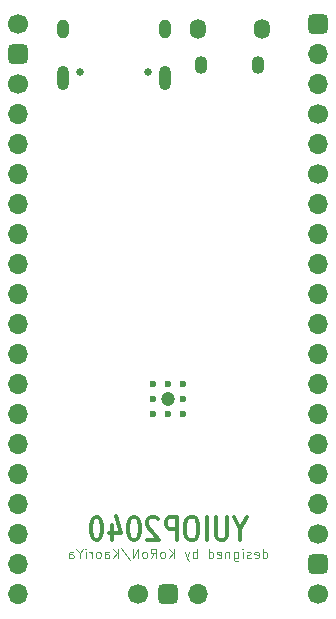
<source format=gbr>
%TF.GenerationSoftware,KiCad,Pcbnew,(6.0.1)*%
%TF.CreationDate,2022-02-13T21:58:50+09:00*%
%TF.ProjectId,yuiop2040,7975696f-7032-4303-9430-2e6b69636164,1*%
%TF.SameCoordinates,Original*%
%TF.FileFunction,Soldermask,Bot*%
%TF.FilePolarity,Negative*%
%FSLAX46Y46*%
G04 Gerber Fmt 4.6, Leading zero omitted, Abs format (unit mm)*
G04 Created by KiCad (PCBNEW (6.0.1)) date 2022-02-13 21:58:50*
%MOMM*%
%LPD*%
G01*
G04 APERTURE LIST*
G04 Aperture macros list*
%AMRoundRect*
0 Rectangle with rounded corners*
0 $1 Rounding radius*
0 $2 $3 $4 $5 $6 $7 $8 $9 X,Y pos of 4 corners*
0 Add a 4 corners polygon primitive as box body*
4,1,4,$2,$3,$4,$5,$6,$7,$8,$9,$2,$3,0*
0 Add four circle primitives for the rounded corners*
1,1,$1+$1,$2,$3*
1,1,$1+$1,$4,$5*
1,1,$1+$1,$6,$7*
1,1,$1+$1,$8,$9*
0 Add four rect primitives between the rounded corners*
20,1,$1+$1,$2,$3,$4,$5,0*
20,1,$1+$1,$4,$5,$6,$7,0*
20,1,$1+$1,$6,$7,$8,$9,0*
20,1,$1+$1,$8,$9,$2,$3,0*%
G04 Aperture macros list end*
%ADD10C,0.300000*%
%ADD11C,0.120000*%
%ADD12C,0.600000*%
%ADD13C,1.200000*%
%ADD14C,1.700000*%
%ADD15RoundRect,0.425000X0.425000X0.425000X-0.425000X0.425000X-0.425000X-0.425000X0.425000X-0.425000X0*%
%ADD16O,1.700000X1.700000*%
%ADD17RoundRect,0.425000X0.425000X-0.425000X0.425000X0.425000X-0.425000X0.425000X-0.425000X-0.425000X0*%
%ADD18RoundRect,0.425000X-0.425000X-0.425000X0.425000X-0.425000X0.425000X0.425000X-0.425000X0.425000X0*%
%ADD19O,1.350000X1.700000*%
%ADD20O,1.100000X1.500000*%
%ADD21C,0.650000*%
%ADD22O,1.000000X1.600000*%
%ADD23O,1.000000X2.100000*%
G04 APERTURE END LIST*
D10*
X145526190Y-117801380D02*
X145526190Y-118753761D01*
X146079523Y-116753761D02*
X145526190Y-117801380D01*
X144972857Y-116753761D01*
X144419523Y-116753761D02*
X144419523Y-118372809D01*
X144340476Y-118563285D01*
X144261428Y-118658523D01*
X144103333Y-118753761D01*
X143787142Y-118753761D01*
X143629047Y-118658523D01*
X143550000Y-118563285D01*
X143470952Y-118372809D01*
X143470952Y-116753761D01*
X142680476Y-118753761D02*
X142680476Y-116753761D01*
X141573809Y-116753761D02*
X141257619Y-116753761D01*
X141099523Y-116849000D01*
X140941428Y-117039476D01*
X140862380Y-117420428D01*
X140862380Y-118087095D01*
X140941428Y-118468047D01*
X141099523Y-118658523D01*
X141257619Y-118753761D01*
X141573809Y-118753761D01*
X141731904Y-118658523D01*
X141890000Y-118468047D01*
X141969047Y-118087095D01*
X141969047Y-117420428D01*
X141890000Y-117039476D01*
X141731904Y-116849000D01*
X141573809Y-116753761D01*
X140150952Y-118753761D02*
X140150952Y-116753761D01*
X139518571Y-116753761D01*
X139360476Y-116849000D01*
X139281428Y-116944238D01*
X139202380Y-117134714D01*
X139202380Y-117420428D01*
X139281428Y-117610904D01*
X139360476Y-117706142D01*
X139518571Y-117801380D01*
X140150952Y-117801380D01*
X138570000Y-116944238D02*
X138490952Y-116849000D01*
X138332857Y-116753761D01*
X137937619Y-116753761D01*
X137779523Y-116849000D01*
X137700476Y-116944238D01*
X137621428Y-117134714D01*
X137621428Y-117325190D01*
X137700476Y-117610904D01*
X138649047Y-118753761D01*
X137621428Y-118753761D01*
X136593809Y-116753761D02*
X136435714Y-116753761D01*
X136277619Y-116849000D01*
X136198571Y-116944238D01*
X136119523Y-117134714D01*
X136040476Y-117515666D01*
X136040476Y-117991857D01*
X136119523Y-118372809D01*
X136198571Y-118563285D01*
X136277619Y-118658523D01*
X136435714Y-118753761D01*
X136593809Y-118753761D01*
X136751904Y-118658523D01*
X136830952Y-118563285D01*
X136910000Y-118372809D01*
X136989047Y-117991857D01*
X136989047Y-117515666D01*
X136910000Y-117134714D01*
X136830952Y-116944238D01*
X136751904Y-116849000D01*
X136593809Y-116753761D01*
X134617619Y-117420428D02*
X134617619Y-118753761D01*
X135012857Y-116658523D02*
X135408095Y-118087095D01*
X134380476Y-118087095D01*
X133431904Y-116753761D02*
X133273809Y-116753761D01*
X133115714Y-116849000D01*
X133036666Y-116944238D01*
X132957619Y-117134714D01*
X132878571Y-117515666D01*
X132878571Y-117991857D01*
X132957619Y-118372809D01*
X133036666Y-118563285D01*
X133115714Y-118658523D01*
X133273809Y-118753761D01*
X133431904Y-118753761D01*
X133590000Y-118658523D01*
X133669047Y-118563285D01*
X133748095Y-118372809D01*
X133827142Y-117991857D01*
X133827142Y-117515666D01*
X133748095Y-117134714D01*
X133669047Y-116944238D01*
X133590000Y-116849000D01*
X133431904Y-116753761D01*
D11*
X147419047Y-120242904D02*
X147419047Y-119442904D01*
X147419047Y-120204809D02*
X147495238Y-120242904D01*
X147647619Y-120242904D01*
X147723809Y-120204809D01*
X147761904Y-120166714D01*
X147800000Y-120090523D01*
X147800000Y-119861952D01*
X147761904Y-119785761D01*
X147723809Y-119747666D01*
X147647619Y-119709571D01*
X147495238Y-119709571D01*
X147419047Y-119747666D01*
X146733333Y-120204809D02*
X146809523Y-120242904D01*
X146961904Y-120242904D01*
X147038095Y-120204809D01*
X147076190Y-120128619D01*
X147076190Y-119823857D01*
X147038095Y-119747666D01*
X146961904Y-119709571D01*
X146809523Y-119709571D01*
X146733333Y-119747666D01*
X146695238Y-119823857D01*
X146695238Y-119900047D01*
X147076190Y-119976238D01*
X146390476Y-120204809D02*
X146314285Y-120242904D01*
X146161904Y-120242904D01*
X146085714Y-120204809D01*
X146047619Y-120128619D01*
X146047619Y-120090523D01*
X146085714Y-120014333D01*
X146161904Y-119976238D01*
X146276190Y-119976238D01*
X146352380Y-119938142D01*
X146390476Y-119861952D01*
X146390476Y-119823857D01*
X146352380Y-119747666D01*
X146276190Y-119709571D01*
X146161904Y-119709571D01*
X146085714Y-119747666D01*
X145704761Y-120242904D02*
X145704761Y-119709571D01*
X145704761Y-119442904D02*
X145742857Y-119481000D01*
X145704761Y-119519095D01*
X145666666Y-119481000D01*
X145704761Y-119442904D01*
X145704761Y-119519095D01*
X144980952Y-119709571D02*
X144980952Y-120357190D01*
X145019047Y-120433380D01*
X145057142Y-120471476D01*
X145133333Y-120509571D01*
X145247619Y-120509571D01*
X145323809Y-120471476D01*
X144980952Y-120204809D02*
X145057142Y-120242904D01*
X145209523Y-120242904D01*
X145285714Y-120204809D01*
X145323809Y-120166714D01*
X145361904Y-120090523D01*
X145361904Y-119861952D01*
X145323809Y-119785761D01*
X145285714Y-119747666D01*
X145209523Y-119709571D01*
X145057142Y-119709571D01*
X144980952Y-119747666D01*
X144600000Y-119709571D02*
X144600000Y-120242904D01*
X144600000Y-119785761D02*
X144561904Y-119747666D01*
X144485714Y-119709571D01*
X144371428Y-119709571D01*
X144295238Y-119747666D01*
X144257142Y-119823857D01*
X144257142Y-120242904D01*
X143571428Y-120204809D02*
X143647619Y-120242904D01*
X143800000Y-120242904D01*
X143876190Y-120204809D01*
X143914285Y-120128619D01*
X143914285Y-119823857D01*
X143876190Y-119747666D01*
X143800000Y-119709571D01*
X143647619Y-119709571D01*
X143571428Y-119747666D01*
X143533333Y-119823857D01*
X143533333Y-119900047D01*
X143914285Y-119976238D01*
X142847619Y-120242904D02*
X142847619Y-119442904D01*
X142847619Y-120204809D02*
X142923809Y-120242904D01*
X143076190Y-120242904D01*
X143152380Y-120204809D01*
X143190476Y-120166714D01*
X143228571Y-120090523D01*
X143228571Y-119861952D01*
X143190476Y-119785761D01*
X143152380Y-119747666D01*
X143076190Y-119709571D01*
X142923809Y-119709571D01*
X142847619Y-119747666D01*
X141857142Y-120242904D02*
X141857142Y-119442904D01*
X141857142Y-119747666D02*
X141780952Y-119709571D01*
X141628571Y-119709571D01*
X141552380Y-119747666D01*
X141514285Y-119785761D01*
X141476190Y-119861952D01*
X141476190Y-120090523D01*
X141514285Y-120166714D01*
X141552380Y-120204809D01*
X141628571Y-120242904D01*
X141780952Y-120242904D01*
X141857142Y-120204809D01*
X141209523Y-119709571D02*
X141019047Y-120242904D01*
X140828571Y-119709571D02*
X141019047Y-120242904D01*
X141095238Y-120433380D01*
X141133333Y-120471476D01*
X141209523Y-120509571D01*
X139914285Y-120242904D02*
X139914285Y-119442904D01*
X139457142Y-120242904D02*
X139800000Y-119785761D01*
X139457142Y-119442904D02*
X139914285Y-119900047D01*
X139000000Y-120242904D02*
X139076190Y-120204809D01*
X139114285Y-120166714D01*
X139152380Y-120090523D01*
X139152380Y-119861952D01*
X139114285Y-119785761D01*
X139076190Y-119747666D01*
X139000000Y-119709571D01*
X138885714Y-119709571D01*
X138809523Y-119747666D01*
X138771428Y-119785761D01*
X138733333Y-119861952D01*
X138733333Y-120090523D01*
X138771428Y-120166714D01*
X138809523Y-120204809D01*
X138885714Y-120242904D01*
X139000000Y-120242904D01*
X137933333Y-120242904D02*
X138200000Y-119861952D01*
X138390476Y-120242904D02*
X138390476Y-119442904D01*
X138085714Y-119442904D01*
X138009523Y-119481000D01*
X137971428Y-119519095D01*
X137933333Y-119595285D01*
X137933333Y-119709571D01*
X137971428Y-119785761D01*
X138009523Y-119823857D01*
X138085714Y-119861952D01*
X138390476Y-119861952D01*
X137476190Y-120242904D02*
X137552380Y-120204809D01*
X137590476Y-120166714D01*
X137628571Y-120090523D01*
X137628571Y-119861952D01*
X137590476Y-119785761D01*
X137552380Y-119747666D01*
X137476190Y-119709571D01*
X137361904Y-119709571D01*
X137285714Y-119747666D01*
X137247619Y-119785761D01*
X137209523Y-119861952D01*
X137209523Y-120090523D01*
X137247619Y-120166714D01*
X137285714Y-120204809D01*
X137361904Y-120242904D01*
X137476190Y-120242904D01*
X136866666Y-120242904D02*
X136866666Y-119442904D01*
X136409523Y-120242904D01*
X136409523Y-119442904D01*
X135457142Y-119404809D02*
X136142857Y-120433380D01*
X135190476Y-120242904D02*
X135190476Y-119442904D01*
X134733333Y-120242904D02*
X135076190Y-119785761D01*
X134733333Y-119442904D02*
X135190476Y-119900047D01*
X134047619Y-120242904D02*
X134047619Y-119823857D01*
X134085714Y-119747666D01*
X134161904Y-119709571D01*
X134314285Y-119709571D01*
X134390476Y-119747666D01*
X134047619Y-120204809D02*
X134123809Y-120242904D01*
X134314285Y-120242904D01*
X134390476Y-120204809D01*
X134428571Y-120128619D01*
X134428571Y-120052428D01*
X134390476Y-119976238D01*
X134314285Y-119938142D01*
X134123809Y-119938142D01*
X134047619Y-119900047D01*
X133552380Y-120242904D02*
X133628571Y-120204809D01*
X133666666Y-120166714D01*
X133704761Y-120090523D01*
X133704761Y-119861952D01*
X133666666Y-119785761D01*
X133628571Y-119747666D01*
X133552380Y-119709571D01*
X133438095Y-119709571D01*
X133361904Y-119747666D01*
X133323809Y-119785761D01*
X133285714Y-119861952D01*
X133285714Y-120090523D01*
X133323809Y-120166714D01*
X133361904Y-120204809D01*
X133438095Y-120242904D01*
X133552380Y-120242904D01*
X132942857Y-120242904D02*
X132942857Y-119709571D01*
X132942857Y-119861952D02*
X132904761Y-119785761D01*
X132866666Y-119747666D01*
X132790476Y-119709571D01*
X132714285Y-119709571D01*
X132447619Y-120242904D02*
X132447619Y-119709571D01*
X132447619Y-119442904D02*
X132485714Y-119481000D01*
X132447619Y-119519095D01*
X132409523Y-119481000D01*
X132447619Y-119442904D01*
X132447619Y-119519095D01*
X131914285Y-119861952D02*
X131914285Y-120242904D01*
X132180952Y-119442904D02*
X131914285Y-119861952D01*
X131647619Y-119442904D01*
X131038095Y-120242904D02*
X131038095Y-119823857D01*
X131076190Y-119747666D01*
X131152380Y-119709571D01*
X131304761Y-119709571D01*
X131380952Y-119747666D01*
X131038095Y-120204809D02*
X131114285Y-120242904D01*
X131304761Y-120242904D01*
X131380952Y-120204809D01*
X131419047Y-120128619D01*
X131419047Y-120052428D01*
X131380952Y-119976238D01*
X131304761Y-119938142D01*
X131114285Y-119938142D01*
X131038095Y-119900047D01*
D12*
%TO.C,U2*%
X140675000Y-108075000D03*
D13*
X139400000Y-106800000D03*
D12*
X139400000Y-105525000D03*
X140675000Y-105525000D03*
X138125000Y-106800000D03*
X138125000Y-108075000D03*
X140675000Y-106800000D03*
X139400000Y-108075000D03*
X138125000Y-105525000D03*
%TD*%
D14*
%TO.C,J4*%
X152100000Y-123310000D03*
D15*
X152100000Y-120770000D03*
D14*
X152100000Y-118230000D03*
D16*
X152100000Y-115690000D03*
X152100000Y-113150000D03*
X152100000Y-110610000D03*
X152100000Y-108070000D03*
X152100000Y-105530000D03*
X152100000Y-102990000D03*
X152100000Y-100450000D03*
X152100000Y-97910000D03*
X152100000Y-95370000D03*
X152100000Y-92830000D03*
X152100000Y-90290000D03*
D14*
X152100000Y-87750000D03*
D16*
X152100000Y-85210000D03*
D14*
X152100000Y-82670000D03*
D16*
X152100000Y-80130000D03*
X152100000Y-77590000D03*
D15*
X152100000Y-75050000D03*
%TD*%
D14*
%TO.C,J5*%
X136860000Y-123310000D03*
D17*
X139400000Y-123310000D03*
D16*
X141940000Y-123310000D03*
%TD*%
D14*
%TO.C,J3*%
X126700000Y-75050000D03*
D18*
X126700000Y-77590000D03*
D14*
X126700000Y-80130000D03*
D16*
X126700000Y-82670000D03*
X126700000Y-85210000D03*
X126700000Y-87750000D03*
X126700000Y-90290000D03*
X126700000Y-92830000D03*
X126700000Y-95370000D03*
X126700000Y-97910000D03*
X126700000Y-100450000D03*
X126700000Y-102990000D03*
X126700000Y-105530000D03*
X126700000Y-108070000D03*
X126700000Y-110610000D03*
X126700000Y-113150000D03*
X126700000Y-115690000D03*
X126700000Y-118230000D03*
X126700000Y-120770000D03*
X126700000Y-123310000D03*
%TD*%
D19*
%TO.C,J1*%
X141895000Y-75485000D03*
D20*
X142205000Y-78485000D03*
X147045000Y-78485000D03*
D19*
X147355000Y-75485000D03*
%TD*%
D21*
%TO.C,J2*%
X137690000Y-79120000D03*
X131910000Y-79120000D03*
D22*
X130480000Y-75440000D03*
X139120000Y-75440000D03*
D23*
X139120000Y-79620000D03*
X130480000Y-79620000D03*
%TD*%
M02*

</source>
